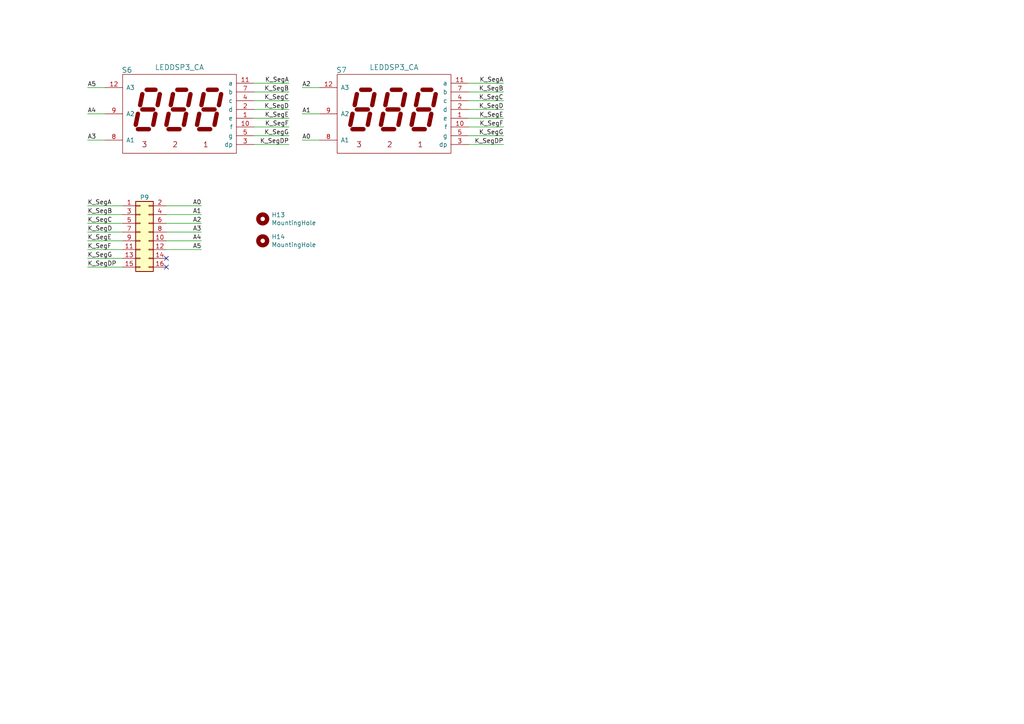
<source format=kicad_sch>
(kicad_sch (version 20211123) (generator eeschema)
  (paper "A4")
  (lib_symbols
    (symbol "Connector_Generic:Conn_02x08_Odd_Even" (pin_names (offset 1.016) hide)
      (property "Reference" "J" (at 1.27 10.16 0))
      (property "Value" "Conn_02x08_Odd_Even" (at 1.27 -12.7 0))
      (symbol "Conn_02x08_Odd_Even_1_1"
        (rectangle (start -1.27 -10.033) (end 0 -10.287) (stroke (width 0.1524)))
        (rectangle (start -1.27 -7.493) (end 0 -7.747) (stroke (width 0.1524)))
        (rectangle (start -1.27 -4.953) (end 0 -5.207) (stroke (width 0.1524)))
        (rectangle (start -1.27 -2.413) (end 0 -2.667) (stroke (width 0.1524)))
        (rectangle (start -1.27 0.127) (end 0 -0.127) (stroke (width 0.1524)))
        (rectangle (start -1.27 2.667) (end 0 2.413) (stroke (width 0.1524)))
        (rectangle (start -1.27 5.207) (end 0 4.953) (stroke (width 0.1524)))
        (rectangle (start -1.27 7.747) (end 0 7.493) (stroke (width 0.1524)))
        (rectangle (start -1.27 8.89) (end 3.81 -11.43) (stroke (width 0.254)) (fill (type background)))
        (rectangle (start 3.81 -10.033) (end 2.54 -10.287) (stroke (width 0.1524)))
        (rectangle (start 3.81 -7.493) (end 2.54 -7.747) (stroke (width 0.1524)))
        (rectangle (start 3.81 -4.953) (end 2.54 -5.207) (stroke (width 0.1524)))
        (rectangle (start 3.81 -2.413) (end 2.54 -2.667) (stroke (width 0.1524)))
        (rectangle (start 3.81 0.127) (end 2.54 -0.127) (stroke (width 0.1524)))
        (rectangle (start 3.81 2.667) (end 2.54 2.413) (stroke (width 0.1524)))
        (rectangle (start 3.81 5.207) (end 2.54 4.953) (stroke (width 0.1524)))
        (rectangle (start 3.81 7.747) (end 2.54 7.493) (stroke (width 0.1524)))
        (pin passive line (at -5.08 7.62 0) (length 3.81) (name "Pin_1") (number "1"))
        (pin passive line (at 7.62 -2.54 180) (length 3.81) (name "Pin_10") (number "10"))
        (pin passive line (at -5.08 -5.08 0) (length 3.81) (name "Pin_11") (number "11"))
        (pin passive line (at 7.62 -5.08 180) (length 3.81) (name "Pin_12") (number "12"))
        (pin passive line (at -5.08 -7.62 0) (length 3.81) (name "Pin_13") (number "13"))
        (pin passive line (at 7.62 -7.62 180) (length 3.81) (name "Pin_14") (number "14"))
        (pin passive line (at -5.08 -10.16 0) (length 3.81) (name "Pin_15") (number "15"))
        (pin passive line (at 7.62 -10.16 180) (length 3.81) (name "Pin_16") (number "16"))
        (pin passive line (at 7.62 7.62 180) (length 3.81) (name "Pin_2") (number "2"))
        (pin passive line (at -5.08 5.08 0) (length 3.81) (name "Pin_3") (number "3"))
        (pin passive line (at 7.62 5.08 180) (length 3.81) (name "Pin_4") (number "4"))
        (pin passive line (at -5.08 2.54 0) (length 3.81) (name "Pin_5") (number "5"))
        (pin passive line (at 7.62 2.54 180) (length 3.81) (name "Pin_6") (number "6"))
        (pin passive line (at -5.08 0 0) (length 3.81) (name "Pin_7") (number "7"))
        (pin passive line (at 7.62 0 180) (length 3.81) (name "Pin_8") (number "8"))
        (pin passive line (at -5.08 -2.54 0) (length 3.81) (name "Pin_9") (number "9"))
      )
    )
    (symbol "GCC_display:LEDDSP3_CA" (pin_names (offset 1.016))
      (property "Reference" "S" (at -15.24 12.7 0))
      (property "Value" "LEDDSP3_CA" (at 0 -15.24 0))
      (symbol "LEDDSP3_CA_0_0"
        (text "1" (at 7.62 -10.16 0) (effects (font (size 1.524 1.524))))
        (text "2" (at -1.27 -10.16 0) (effects (font (size 1.524 1.524))))
        (text "3" (at -10.16 -10.16 0) (effects (font (size 1.524 1.524))))
      )
      (symbol "LEDDSP3_CA_0_1"
        (rectangle (start -16.51 10.16) (end 16.51 -12.7))
        (polyline (pts (xy -12.065 -5.715) (xy -8.89 -5.715)) (stroke (width 1.27)))
        (polyline (pts (xy -12.065 -1.27) (xy -12.7 -4.445)) (stroke (width 1.27)))
        (polyline (pts (xy -11.43 1.27) (xy -10.795 4.445)) (stroke (width 1.27)))
        (polyline (pts (xy -10.795 0) (xy -7.62 0)) (stroke (width 1.27)))
        (polyline (pts (xy -9.525 5.715) (xy -6.985 5.715)) (stroke (width 1.27)))
        (polyline (pts (xy -6.985 -1.27) (xy -7.62 -4.445)) (stroke (width 1.27)))
        (polyline (pts (xy -6.35 -5.715) (xy -6.35 -5.715)) (stroke (width 1.27)))
        (polyline (pts (xy -6.35 1.27) (xy -5.715 4.445)) (stroke (width 1.27)))
        (polyline (pts (xy -3.175 -5.715) (xy 0 -5.715)) (stroke (width 1.27)))
        (polyline (pts (xy -3.175 -1.27) (xy -3.81 -4.445)) (stroke (width 1.27)))
        (polyline (pts (xy -2.54 1.27) (xy -1.905 4.445)) (stroke (width 1.27)))
        (polyline (pts (xy -1.905 0) (xy 1.27 0)) (stroke (width 1.27)))
        (polyline (pts (xy -0.635 5.715) (xy 1.905 5.715)) (stroke (width 1.27)))
        (polyline (pts (xy 1.905 -1.27) (xy 1.27 -4.445)) (stroke (width 1.27)))
        (polyline (pts (xy 2.54 -5.715) (xy 2.54 -5.715)) (stroke (width 1.27)))
        (polyline (pts (xy 2.54 1.27) (xy 3.175 4.445)) (stroke (width 1.27)))
        (polyline (pts (xy 5.715 -5.715) (xy 8.89 -5.715)) (stroke (width 1.27)))
        (polyline (pts (xy 5.715 -1.27) (xy 5.08 -4.445)) (stroke (width 1.27)))
        (polyline (pts (xy 6.35 1.27) (xy 6.985 4.445)) (stroke (width 1.27)))
        (polyline (pts (xy 6.985 0) (xy 10.16 0)) (stroke (width 1.27)))
        (polyline (pts (xy 8.255 5.715) (xy 10.795 5.715)) (stroke (width 1.27)))
        (polyline (pts (xy 10.795 -1.27) (xy 10.16 -4.445)) (stroke (width 1.27)))
        (polyline (pts (xy 11.43 -5.715) (xy 11.43 -5.715)) (stroke (width 1.27)))
        (polyline (pts (xy 11.43 1.27) (xy 12.065 4.445)) (stroke (width 1.27)))
      )
      (symbol "LEDDSP3_CA_1_1"
        (pin passive line (at 21.59 -2.54 180) (length 5.08) (name "e") (number "1"))
        (pin passive line (at 21.59 -5.08 180) (length 5.08) (name "f") (number "10"))
        (pin passive line (at 21.59 7.62 180) (length 5.08) (name "a") (number "11"))
        (pin passive line (at -21.59 6.35 0) (length 5.08) (name "A3") (number "12"))
        (pin passive line (at 21.59 0 180) (length 5.08) (name "d") (number "2"))
        (pin passive line (at 21.59 -10.16 180) (length 5.08) (name "dp") (number "3"))
        (pin passive line (at 21.59 2.54 180) (length 5.08) (name "c") (number "4"))
        (pin passive line (at 21.59 -7.62 180) (length 5.08) (name "g") (number "5"))
        (pin passive line (at 21.59 5.08 180) (length 5.08) (name "b") (number "7"))
        (pin passive line (at -21.59 -8.89 0) (length 5.08) (name "A1") (number "8"))
        (pin passive line (at -21.59 -1.27 0) (length 5.08) (name "A2") (number "9"))
      )
    )
    (symbol "Mechanical:MountingHole" (pin_names (offset 1.016))
      (property "Reference" "H" (at 0 5.08 0))
      (property "Value" "MountingHole" (at 0 3.175 0))
      (symbol "MountingHole_0_1"
        (circle (center 0 0) (radius 1.27) (stroke (width 1.27)))
      )
    )
  )
  (no_connect (at 48.26 77.47))
  (no_connect (at 48.26 74.93))
  (wire (pts (xy 83.82 41.91) (xy 73.66 41.91)))
  (wire (pts (xy 146.05 34.29) (xy 135.89 34.29)))
  (wire (pts (xy 146.05 26.67) (xy 135.89 26.67)))
  (wire (pts (xy 48.26 69.85) (xy 58.42 69.85)))
  (wire (pts (xy 48.26 59.69) (xy 58.42 59.69)))
  (wire (pts (xy 83.82 34.29) (xy 73.66 34.29)))
  (wire (pts (xy 146.05 24.13) (xy 135.89 24.13)))
  (wire (pts (xy 48.26 64.77) (xy 58.42 64.77)))
  (wire (pts (xy 30.48 40.64) (xy 25.4 40.64)))
  (wire (pts (xy 30.48 33.02) (xy 25.4 33.02)))
  (wire (pts (xy 25.4 72.39) (xy 35.56 72.39)))
  (wire (pts (xy 146.05 39.37) (xy 135.89 39.37)))
  (wire (pts (xy 83.82 36.83) (xy 73.66 36.83)))
  (wire (pts (xy 92.71 40.64) (xy 87.63 40.64)))
  (wire (pts (xy 48.26 72.39) (xy 58.42 72.39)))
  (wire (pts (xy 83.82 31.75) (xy 73.66 31.75)))
  (wire (pts (xy 83.82 29.21) (xy 73.66 29.21)))
  (wire (pts (xy 25.4 59.69) (xy 35.56 59.69)))
  (wire (pts (xy 25.4 25.4) (xy 30.48 25.4)))
  (wire (pts (xy 92.71 33.02) (xy 87.63 33.02)))
  (wire (pts (xy 25.4 69.85) (xy 35.56 69.85)))
  (wire (pts (xy 146.05 29.21) (xy 135.89 29.21)))
  (wire (pts (xy 83.82 24.13) (xy 73.66 24.13)))
  (wire (pts (xy 146.05 31.75) (xy 135.89 31.75)))
  (wire (pts (xy 25.4 67.31) (xy 35.56 67.31)))
  (wire (pts (xy 25.4 77.47) (xy 35.56 77.47)))
  (wire (pts (xy 48.26 62.23) (xy 58.42 62.23)))
  (wire (pts (xy 25.4 64.77) (xy 35.56 64.77)))
  (wire (pts (xy 146.05 36.83) (xy 135.89 36.83)))
  (wire (pts (xy 25.4 74.93) (xy 35.56 74.93)))
  (wire (pts (xy 87.63 25.4) (xy 92.71 25.4)))
  (wire (pts (xy 83.82 39.37) (xy 73.66 39.37)))
  (wire (pts (xy 48.26 67.31) (xy 58.42 67.31)))
  (wire (pts (xy 25.4 62.23) (xy 35.56 62.23)))
  (wire (pts (xy 146.05 41.91) (xy 135.89 41.91)))
  (wire (pts (xy 83.82 26.67) (xy 73.66 26.67)))
  (label "K_SegB" (at 146.05 26.67 180))
  (label "A2" (at 87.63 25.4 0))
  (label "A3" (at 25.4 40.64 0))
  (label "A1" (at 87.63 33.02 0))
  (label "A0" (at 58.42 59.69 180))
  (label "A5" (at 58.42 72.39 180))
  (label "K_SegDP" (at 25.4 77.47 0))
  (label "A4" (at 25.4 33.02 0))
  (label "K_SegF" (at 146.05 36.83 180))
  (label "K_SegF" (at 83.82 36.83 180))
  (label "K_SegC" (at 146.05 29.21 180))
  (label "K_SegG" (at 25.4 74.93 0))
  (label "A2" (at 58.42 64.77 180))
  (label "K_SegE" (at 83.82 34.29 180))
  (label "A1" (at 58.42 62.23 180))
  (label "K_SegA" (at 146.05 24.13 180))
  (label "A3" (at 58.42 67.31 180))
  (label "K_SegB" (at 83.82 26.67 180))
  (label "K_SegG" (at 83.82 39.37 180))
  (label "K_SegB" (at 25.4 62.23 0))
  (label "K_SegDP" (at 83.82 41.91 180))
  (label "K_SegD" (at 25.4 67.31 0))
  (label "K_SegDP" (at 146.05 41.91 180))
  (label "K_SegE" (at 25.4 69.85 0))
  (label "K_SegA" (at 83.82 24.13 180))
  (label "A0" (at 87.63 40.64 0))
  (label "K_SegC" (at 83.82 29.21 180))
  (label "K_SegD" (at 83.82 31.75 180))
  (label "K_SegD" (at 146.05 31.75 180))
  (label "K_SegC" (at 25.4 64.77 0))
  (label "K_SegG" (at 146.05 39.37 180))
  (label "A5" (at 25.4 25.4 0))
  (label "K_SegA" (at 25.4 59.69 0))
  (label "K_SegE" (at 146.05 34.29 180))
  (label "A4" (at 58.42 69.85 180))
  (label "K_SegF" (at 25.4 72.39 0))
  (symbol (lib_id "GCC_display:LEDDSP3_CA") (at 52.07 31.75 0) (unit 1)
    (property "Reference" "S6" (at 36.83 20.32 0) (effects (font (size 1.524 1.524))))
    (property "Value" "LEDDSP3_CA" (at 52.07 19.5326 0) (effects (font (size 1.524 1.524))))
    (property "Footprint" "GCC_Display:Disp7s3x_036" (effects hide))
  )
  (symbol (lib_id "GCC_display:LEDDSP3_CA") (at 114.3 31.75 0) (unit 1)
    (property "Reference" "S7" (at 99.06 20.32 0) (effects (font (size 1.524 1.524))))
    (property "Value" "LEDDSP3_CA" (at 114.3 19.5326 0) (effects (font (size 1.524 1.524))))
    (property "Footprint" "GCC_Display:Disp7s3x_036" (effects hide))
  )
  (symbol (lib_id "Mechanical:MountingHole") (at 76.2 63.5 0) (unit 1)
    (property "Reference" "H13" (at 78.74 62.3316 0) (effects (justify left)))
    (property "Value" "MountingHole" (at 78.74 64.643 0) (effects (justify left)))
    (property "Footprint" "GCC_holes:Hole3mm" (effects hide))
  )
  (symbol (lib_id "Mechanical:MountingHole") (at 76.2 69.85 0) (unit 1)
    (property "Reference" "H14" (at 78.74 68.6816 0) (effects (justify left)))
    (property "Value" "MountingHole" (at 78.74 70.993 0) (effects (justify left)))
    (property "Footprint" "GCC_holes:Hole3mm" (effects hide))
  )
  (symbol (lib_id "Connector_Generic:Conn_02x08_Odd_Even") (at 40.64 67.31 0) (unit 1)
    (property "Reference" "P9" (at 41.91 57.2572 0))
    (property "Value" "Conn_02x08_Odd_Even" (effects hide))
    (property "Footprint" "Connector_IDC:IDC-Header_2x08_P2.54mm_Vertical" (effects hide))
  )
)
</source>
